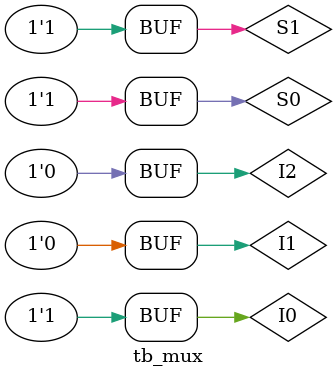
<source format=v>


module tb_mux();
  
  wire OUT;
  reg I0,I1,I2,S0,S1;
  
  mux_3to1 inst1(.i0(I0),.i1(I1),.i2(I2),.s0(S0),.s1(S1),.out(OUT)); 
  
  initial
    begin
      $monitor("I0=%b I1=%b I2=%b  SO=%b S1=%b  OUT=%b  TIME=%0t",I0,I1,I2,S0,S1,OUT,$time);
      
      I0=1; I1=0; I2=0;
      
         S0=0; S1=0;
      #2 S0=0; S1=1;
      
      #2 S0=1; S1=0;
      #2 S0=1; S1=1;
    end
  
  initial
    begin
      $dumpfile("dump.vcd");
      $dumpvars();
    end
endmodule

</source>
